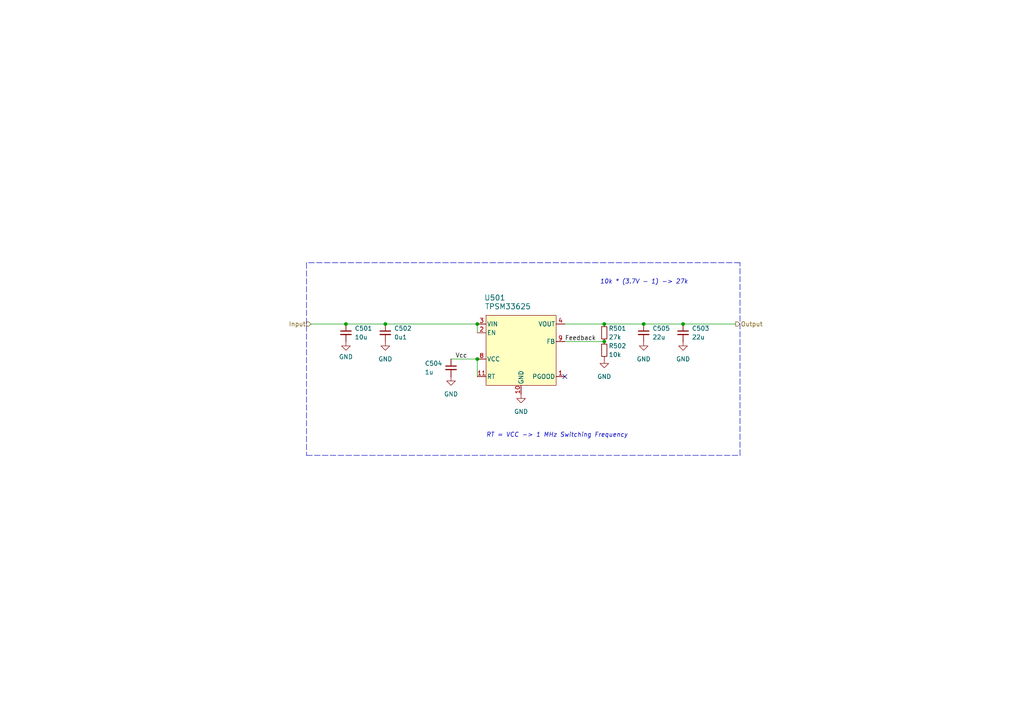
<source format=kicad_sch>
(kicad_sch (version 20250114) (generator "eeschema") (generator_version "9.0")
  (paper "A4")
  (title_block (title "Power Supply") (date "2024-03-28") (rev "3") (company "+3V7"))
  (lib_symbols
    (symbol "Device:C_Small" (pin_numbers (hide yes)) (pin_names (offset 0.254) (hide yes))
      (property "Reference" "C" (at 0.254 1.778 0))
      (property "Value" "C_Small" (at 0.254 -2.032 0))
      (symbol "C_Small_0_1"
        (polyline (pts (xy -1.524 0.508) (xy 1.524 0.508)) (stroke (width 0.3048)))
        (polyline (pts (xy -1.524 -0.508) (xy 1.524 -0.508)) (stroke (width 0.3302)))
      )
      (symbol "C_Small_1_1"
        (pin passive line (at 0 2.54 270) (length 2.032) (name "~") (number "1"))
        (pin passive line (at 0 -2.54 90) (length 2.032) (name "~") (number "2"))
      )
    )
    (symbol "Device:R_Small" (pin_numbers (hide yes)) (pin_names (offset 0.254) (hide yes))
      (property "Reference" "R" (at 0 0 90))
      (property "Value" "R_Small" (at 1.778 0 90))
      (symbol "R_Small_0_1"
        (rectangle (start -0.762 1.778) (end 0.762 -1.778) (stroke (width 0.2032)))
      )
      (symbol "R_Small_1_1"
        (pin passive line (at 0 2.54 270) (length 0.762) (name "~") (number "1"))
        (pin passive line (at 0 -2.54 90) (length 0.762) (name "~") (number "2"))
      )
    )
    (symbol "V2_Converter_DCDC:TPSM33625" (pin_names (offset 0.254))
      (property "Reference" "U" (at -7.62 15.24 0))
      (property "Value" "TPSM33625" (at -7.62 12.7 0))
      (symbol "TPSM33625_0_1"
        (rectangle (start -10.16 10.16) (end 10.16 -10.16) (fill (type background)))
      )
      (symbol "TPSM33625_1_1"
        (pin power_in line (at -12.7 7.62 0) (length 2.54) (name "VIN") (number "3"))
        (pin input line (at -12.7 5.08 0) (length 2.54) (name "EN") (number "2"))
        (pin output line (at -12.7 -2.54 0) (length 2.54) (name "VCC") (number "8"))
        (pin input line (at -12.7 -7.62 0) (length 2.54) (name "RT") (number "11"))
        (pin power_in line (at 0 -12.7 90) (length 2.54) (name "GND") (number "10"))
        (pin no_connect line (at 0 -27.94 180) (length 2.54) (hide yes) (name "BOOT") (number "7"))
        (pin no_connect line (at 0 -30.48 180) (length 2.54) (hide yes) (name "SW") (number "5"))
        (pin no_connect line (at 0 -33.02 180) (length 2.54) (hide yes) (name "SW") (number "6"))
        (pin power_out line (at 12.7 7.62 180) (length 2.54) (name "VOUT") (number "4"))
        (pin input line (at 12.7 2.54 180) (length 2.54) (name "FB") (number "9"))
        (pin output line (at 12.7 -7.62 180) (length 2.54) (name "PGOOD") (number "1"))
      )
    )
    (symbol "power:GND" (power) (pin_numbers (hide yes)) (pin_names (offset 0) (hide yes))
      (property "Value" "GND" (at 0 -3.81 0))
      (symbol "GND_0_1"
        (polyline (pts (xy 0 0) (xy 0 -1.27) (xy 1.27 -1.27) (xy 0 -2.54) (xy -1.27 -1.27) (xy 0 -1.27)))
      )
      (symbol "GND_1_1"
        (pin power_in line (at 0 0 270) (length 0) (name "~") (number "1"))
      )
    )
  )
  (text "10k * (3.7V - 1) -> 27k" (at 173.99 82.55 0) (effects (font (size 1.27 1.27) (italic yes)) (justify left bottom)))
  (text "RT = VCC -> 1 MHz Switching Frequency" (at 140.97 127 0) (effects (font (size 1.27 1.27) (italic yes)) (justify left bottom)))
  (junction (at 111.76 93.98))
  (junction (at 175.26 99.06))
  (junction (at 186.69 93.98))
  (junction (at 138.43 93.98))
  (junction (at 198.12 93.98))
  (junction (at 138.43 104.14))
  (junction (at 175.26 93.98))
  (junction (at 100.33 93.98))
  (no_connect (at 163.83 109.22))
  (polyline (pts (xy 88.9 132.08) (xy 214.63 132.08)) (stroke (width 0) (type dash)))
  (wire (pts (xy 198.12 93.98) (xy 213.36 93.98)))
  (wire (pts (xy 175.26 93.98) (xy 186.69 93.98)))
  (wire (pts (xy 90.17 93.98) (xy 100.33 93.98)))
  (polyline (pts (xy 214.63 132.08) (xy 214.63 76.2)) (stroke (width 0) (type dash)))
  (polyline (pts (xy 88.9 76.2) (xy 88.9 132.08)) (stroke (width 0) (type dash)))
  (wire (pts (xy 138.43 104.14) (xy 138.43 109.22)))
  (wire (pts (xy 130.81 104.14) (xy 138.43 104.14)))
  (wire (pts (xy 111.76 93.98) (xy 138.43 93.98)))
  (polyline (pts (xy 214.63 76.2) (xy 88.9 76.2)) (stroke (width 0) (type dash)))
  (wire (pts (xy 163.83 93.98) (xy 175.26 93.98)))
  (wire (pts (xy 100.33 93.98) (xy 111.76 93.98)))
  (wire (pts (xy 163.83 99.06) (xy 175.26 99.06)))
  (wire (pts (xy 186.69 93.98) (xy 198.12 93.98)))
  (wire (pts (xy 138.43 93.98) (xy 138.43 96.52)))
  (label "Feedback" (at 163.83 99.06 0))
  (label "Vcc" (at 132.08 104.14 0))
  (hierarchical_label "Input" (shape input) (at 90.17 93.98 180))
  (hierarchical_label "Output" (shape output) (at 213.36 93.98 0))
  (symbol (lib_id "power:GND") (at 186.69 99.06 0) (unit 1)
    (property "Reference" "#PWR0508" (effects (hide yes)))
    (property "Value" "GND" (at 186.69 104.14 0))
    (property "Description" "Power symbol creates a global label with name \"GND\" , ground" (effects (hide yes)))
  )
  (symbol (lib_id "power:GND") (at 130.81 109.22 0) (unit 1)
    (property "Reference" "#PWR0506" (effects (hide yes)))
    (property "Value" "GND" (at 130.81 114.3 0))
    (property "Description" "Power symbol creates a global label with name \"GND\" , ground" (effects (hide yes)))
  )
  (symbol (lib_id "Device:R_Small") (at 175.26 101.6 0) (unit 1)
    (property "Reference" "R502" (at 176.53 100.33 0) (effects (justify left)))
    (property "Value" "10k" (at 176.53 102.87 0) (effects (justify left)))
    (property "Footprint" "Resistor_SMD:R_0603_1608Metric" (effects (hide yes)))
    (property "Description" "Resistor, small symbol" (effects (hide yes)))
  )
  (symbol (lib_id "V2_Converter_DCDC:TPSM33625") (at 151.13 101.6 0) (unit 1)
    (property "Reference" "U501" (at 143.51 86.36 0) (effects (font (size 1.524 1.524))))
    (property "Value" "TPSM33625" (at 147.32 88.9 0) (effects (font (size 1.524 1.524))))
    (property "Footprint" "V2_Converter_DCDC:TPSM33625" (effects (hide yes)))
    (property "Datasheet" "https://www.ti.com/lit/ds/symlink/tpsm33625.pdf" (effects (hide yes)))
  )
  (symbol (lib_id "Device:R_Small") (at 175.26 96.52 0) (unit 1)
    (property "Reference" "R501" (at 176.53 95.25 0) (effects (justify left)))
    (property "Value" "27k" (at 176.53 97.79 0) (effects (justify left)))
    (property "Footprint" "Resistor_SMD:R_0603_1608Metric" (effects (hide yes)))
    (property "Description" "Resistor, small symbol" (effects (hide yes)))
  )
  (symbol (lib_id "power:GND") (at 175.26 104.14 0) (unit 1)
    (property "Reference" "#PWR0505" (effects (hide yes)))
    (property "Value" "GND" (at 175.26 109.22 0))
    (property "Description" "Power symbol creates a global label with name \"GND\" , ground" (effects (hide yes)))
  )
  (symbol (lib_id "power:GND") (at 111.76 99.06 0) (unit 1)
    (property "Reference" "#PWR0503" (effects (hide yes)))
    (property "Value" "GND" (at 111.76 104.14 0))
    (property "Description" "Power symbol creates a global label with name \"GND\" , ground" (effects (hide yes)))
  )
  (symbol (lib_id "Device:C_Small") (at 100.33 96.52 0) (unit 1)
    (property "Reference" "C501" (at 102.87 95.25 0) (effects (justify left)))
    (property "Value" "10u" (at 102.87 97.79 0) (effects (justify left)))
    (property "Footprint" "Capacitor_SMD:C_1210_3225Metric" (effects (hide yes)))
    (property "Description" "Unpolarized capacitor, small symbol" (effects (hide yes)))
  )
  (symbol (lib_id "Device:C_Small") (at 130.81 106.68 0) (unit 1)
    (property "Reference" "C504" (at 123.19 105.41 0) (effects (justify left)))
    (property "Value" "1u" (at 123.19 107.95 0) (effects (justify left)))
    (property "Footprint" "Capacitor_SMD:C_0603_1608Metric" (effects (hide yes)))
    (property "Description" "Unpolarized capacitor, small symbol" (effects (hide yes)))
  )
  (symbol (lib_id "Device:C_Small") (at 186.69 96.52 0) (unit 1)
    (property "Reference" "C505" (at 189.23 95.25 0) (effects (justify left)))
    (property "Value" "22u" (at 189.23 97.79 0) (effects (justify left)))
    (property "Footprint" "Capacitor_SMD:C_1210_3225Metric" (effects (hide yes)))
    (property "Description" "Unpolarized capacitor, small symbol" (effects (hide yes)))
  )
  (symbol (lib_id "Device:C_Small") (at 111.76 96.52 0) (unit 1)
    (property "Reference" "C502" (at 114.3 95.25 0) (effects (justify left)))
    (property "Value" "0u1" (at 114.3 97.79 0) (effects (justify left)))
    (property "Footprint" "Capacitor_SMD:C_0603_1608Metric" (effects (hide yes)))
    (property "Description" "Unpolarized capacitor, small symbol" (effects (hide yes)))
  )
  (symbol (lib_id "power:GND") (at 100.33 99.06 0) (unit 1)
    (property "Reference" "#PWR0502" (effects (hide yes)))
    (property "Value" "GND" (at 100.33 103.505 0))
    (property "Description" "Power symbol creates a global label with name \"GND\" , ground" (effects (hide yes)))
  )
  (symbol (lib_id "power:GND") (at 198.12 99.06 0) (unit 1)
    (property "Reference" "#PWR0504" (effects (hide yes)))
    (property "Value" "GND" (at 198.12 104.14 0))
    (property "Description" "Power symbol creates a global label with name \"GND\" , ground" (effects (hide yes)))
  )
  (symbol (lib_id "power:GND") (at 151.13 114.3 0) (unit 1)
    (property "Reference" "#PWR0507" (effects (hide yes)))
    (property "Value" "GND" (at 151.13 119.38 0))
    (property "Description" "Power symbol creates a global label with name \"GND\" , ground" (effects (hide yes)))
  )
  (symbol (lib_id "Device:C_Small") (at 198.12 96.52 0) (unit 1)
    (property "Reference" "C503" (at 200.66 95.25 0) (effects (justify left)))
    (property "Value" "22u" (at 200.66 97.79 0) (effects (justify left)))
    (property "Footprint" "Capacitor_SMD:C_1210_3225Metric" (effects (hide yes)))
    (property "Description" "Unpolarized capacitor, small symbol" (effects (hide yes)))
  )
)
</source>
